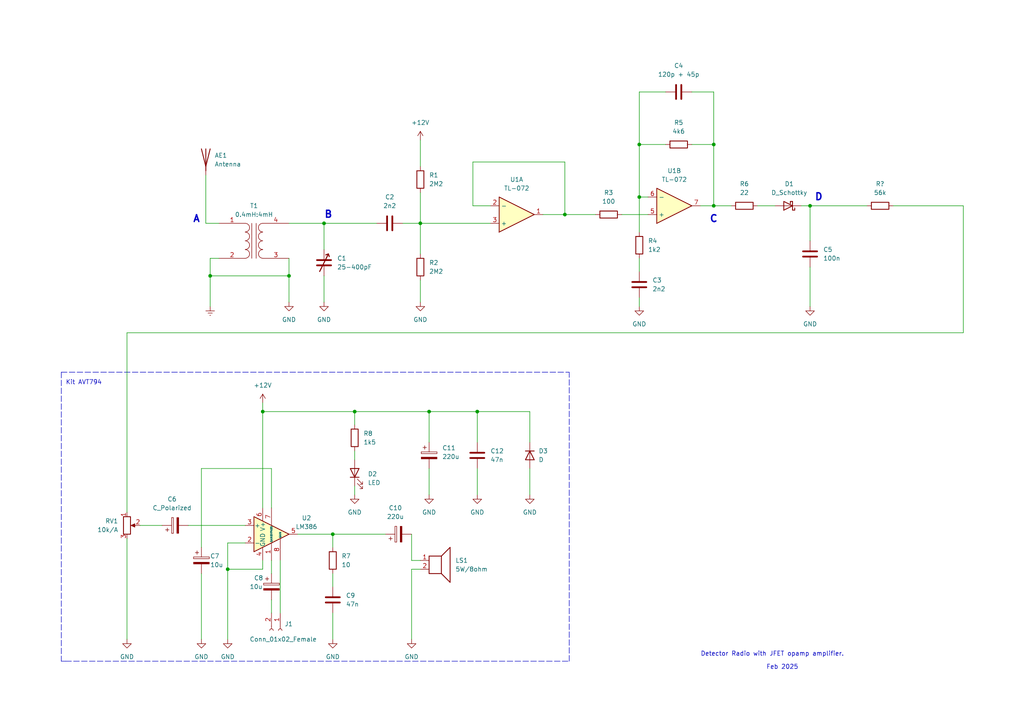
<source format=kicad_sch>
(kicad_sch (version 20211123) (generator eeschema)
  (paper "A4")
  (lib_symbols
    (symbol "Amplifier_Audio:LM386" (pin_names (offset 0.127))
      (property "Reference" "U" (at 1.27 7.62 0))
      (property "Value" "LM386" (at 1.27 5.08 0))
      (symbol "LM386_0_1"
        (polyline (pts (xy 5.08 0) (xy -5.08 5.08) (xy -5.08 -5.08) (xy 5.08 0)) (stroke (width 0.254)) (fill (type background)))
      )
      (symbol "LM386_1_1"
        (pin input line (at 0 -7.62 90) (length 5.08) (name "GAIN") (number "1"))
        (pin input line (at -7.62 -2.54 0) (length 2.54) (name "-") (number "2"))
        (pin input line (at -7.62 2.54 0) (length 2.54) (name "+") (number "3"))
        (pin power_in line (at -2.54 -7.62 90) (length 3.81) (name "GND") (number "4"))
        (pin output line (at 7.62 0 180) (length 2.54) (name "~") (number "5"))
        (pin power_in line (at -2.54 7.62 270) (length 3.81) (name "V+") (number "6"))
        (pin input line (at 0 7.62 270) (length 5.08) (name "BYPASS") (number "7"))
        (pin input line (at 2.54 -7.62 90) (length 6.35) (name "GAIN") (number "8"))
      )
    )
    (symbol "Connector:Conn_01x02_Female" (pin_names (offset 1.016) hide)
      (property "Reference" "J" (at 0 2.54 0))
      (property "Value" "Conn_01x02_Female" (at 0 -5.08 0))
      (symbol "Conn_01x02_Female_1_1"
        (arc (start 0 -2.032) (mid -0.508 -2.54) (end 0 -3.048) (stroke (width 0.1524)))
        (polyline (pts (xy -1.27 -2.54) (xy -0.508 -2.54)) (stroke (width 0.1524)))
        (polyline (pts (xy -1.27 0) (xy -0.508 0)) (stroke (width 0.1524)))
        (arc (start 0 0.508) (mid -0.508 0) (end 0 -0.508) (stroke (width 0.1524)))
        (pin passive line (at -5.08 0 0) (length 3.81) (name "Pin_1") (number "1"))
        (pin passive line (at -5.08 -2.54 0) (length 3.81) (name "Pin_2") (number "2"))
      )
    )
    (symbol "Device:Antenna" (pin_numbers hide) (pin_names (offset 1.016) hide)
      (property "Reference" "AE" (at -1.905 1.905 0))
      (property "Value" "Antenna" (at -1.905 0 0))
      (symbol "Antenna_0_1"
        (polyline (pts (xy 0 2.54) (xy 0 -3.81)) (stroke (width 0.254)))
        (polyline (pts (xy 1.27 2.54) (xy 0 -2.54) (xy -1.27 2.54)) (stroke (width 0.254)))
      )
      (symbol "Antenna_1_1"
        (pin input line (at 0 -5.08 90) (length 2.54) (name "A") (number "1"))
      )
    )
    (symbol "Device:C" (pin_numbers hide) (pin_names (offset 0.254))
      (property "Reference" "C" (at 0.635 2.54 0))
      (property "Value" "C" (at 0.635 -2.54 0))
      (symbol "C_0_1"
        (polyline (pts (xy -2.032 -0.762) (xy 2.032 -0.762)) (stroke (width 0.508)))
        (polyline (pts (xy -2.032 0.762) (xy 2.032 0.762)) (stroke (width 0.508)))
      )
      (symbol "C_1_1"
        (pin passive line (at 0 3.81 270) (length 2.794) (name "~") (number "1"))
        (pin passive line (at 0 -3.81 90) (length 2.794) (name "~") (number "2"))
      )
    )
    (symbol "Device:C_Polarized" (pin_numbers hide) (pin_names (offset 0.254))
      (property "Reference" "C" (at 0.635 2.54 0))
      (property "Value" "C_Polarized" (at 0.635 -2.54 0))
      (symbol "C_Polarized_0_1"
        (rectangle (start -2.286 0.508) (end 2.286 1.016))
        (polyline (pts (xy -1.778 2.286) (xy -0.762 2.286)))
        (polyline (pts (xy -1.27 2.794) (xy -1.27 1.778)))
        (rectangle (start 2.286 -0.508) (end -2.286 -1.016) (fill (type outline)))
      )
      (symbol "C_Polarized_1_1"
        (pin passive line (at 0 3.81 270) (length 2.794) (name "~") (number "1"))
        (pin passive line (at 0 -3.81 90) (length 2.794) (name "~") (number "2"))
      )
    )
    (symbol "Device:C_Variable" (pin_numbers hide) (pin_names (offset 0.254) hide)
      (property "Reference" "C" (at 0.635 -1.905 0))
      (property "Value" "C_Variable" (at 0.635 -3.81 0))
      (symbol "C_Variable_0_1"
        (polyline (pts (xy -2.032 -0.762) (xy 2.032 -0.762)) (stroke (width 0.508)))
        (polyline (pts (xy -2.032 0.762) (xy 2.032 0.762)) (stroke (width 0.508)))
        (polyline (pts (xy 1.27 2.54) (xy -1.27 -2.54)) (stroke (width 0.3048)))
        (polyline (pts (xy 1.27 2.54) (xy 0.508 2.286)) (stroke (width 0.3048)))
        (polyline (pts (xy 1.27 2.54) (xy 1.524 1.778)) (stroke (width 0.3048)))
      )
      (symbol "C_Variable_1_1"
        (pin passive line (at 0 3.81 270) (length 3.048) (name "~") (number "1"))
        (pin passive line (at 0 -3.81 90) (length 3.048) (name "~") (number "2"))
      )
    )
    (symbol "Device:D" (pin_numbers hide) (pin_names (offset 1.016) hide)
      (property "Reference" "D" (at 0 2.54 0))
      (property "Value" "D" (at 0 -2.54 0))
      (symbol "D_0_1"
        (polyline (pts (xy -1.27 1.27) (xy -1.27 -1.27)) (stroke (width 0.254)))
        (polyline (pts (xy 1.27 0) (xy -1.27 0)))
        (polyline (pts (xy 1.27 1.27) (xy 1.27 -1.27) (xy -1.27 0) (xy 1.27 1.27)) (stroke (width 0.254)))
      )
      (symbol "D_1_1"
        (pin passive line (at -3.81 0 0) (length 2.54) (name "K") (number "1"))
        (pin passive line (at 3.81 0 180) (length 2.54) (name "A") (number "2"))
      )
    )
    (symbol "Device:D_Schottky" (pin_numbers hide) (pin_names (offset 1.016) hide)
      (property "Reference" "D" (at 0 2.54 0))
      (property "Value" "D_Schottky" (at 0 -2.54 0))
      (symbol "D_Schottky_0_1"
        (polyline (pts (xy 1.27 0) (xy -1.27 0)))
        (polyline (pts (xy 1.27 1.27) (xy 1.27 -1.27) (xy -1.27 0) (xy 1.27 1.27)) (stroke (width 0.254)))
        (polyline (pts (xy -1.905 0.635) (xy -1.905 1.27) (xy -1.27 1.27) (xy -1.27 -1.27) (xy -0.635 -1.27) (xy -0.635 -0.635)) (stroke (width 0.254)))
      )
      (symbol "D_Schottky_1_1"
        (pin passive line (at -3.81 0 0) (length 2.54) (name "K") (number "1"))
        (pin passive line (at 3.81 0 180) (length 2.54) (name "A") (number "2"))
      )
    )
    (symbol "Device:LED" (pin_numbers hide) (pin_names (offset 1.016) hide)
      (property "Reference" "D" (at 0 2.54 0))
      (property "Value" "LED" (at 0 -2.54 0))
      (symbol "LED_0_1"
        (polyline (pts (xy -1.27 -1.27) (xy -1.27 1.27)) (stroke (width 0.254)))
        (polyline (pts (xy -1.27 0) (xy 1.27 0)))
        (polyline (pts (xy 1.27 -1.27) (xy 1.27 1.27) (xy -1.27 0) (xy 1.27 -1.27)) (stroke (width 0.254)))
        (polyline (pts (xy -3.048 -0.762) (xy -4.572 -2.286) (xy -3.81 -2.286) (xy -4.572 -2.286) (xy -4.572 -1.524)))
        (polyline (pts (xy -1.778 -0.762) (xy -3.302 -2.286) (xy -2.54 -2.286) (xy -3.302 -2.286) (xy -3.302 -1.524)))
      )
      (symbol "LED_1_1"
        (pin passive line (at -3.81 0 0) (length 2.54) (name "K") (number "1"))
        (pin passive line (at 3.81 0 180) (length 2.54) (name "A") (number "2"))
      )
    )
    (symbol "Device:Opamp_Dual"
      (property "Reference" "U" (at 0 5.08 0))
      (property "Value" "Opamp_Dual" (at 0 -5.08 0))
      (symbol "Opamp_Dual_1_1"
        (polyline (pts (xy -5.08 5.08) (xy 5.08 0) (xy -5.08 -5.08) (xy -5.08 5.08)) (stroke (width 0.254)) (fill (type background)))
        (pin output line (at 7.62 0 180) (length 2.54) (name "~") (number "1"))
        (pin input line (at -7.62 -2.54 0) (length 2.54) (name "-") (number "2"))
        (pin input line (at -7.62 2.54 0) (length 2.54) (name "+") (number "3"))
      )
      (symbol "Opamp_Dual_2_1"
        (polyline (pts (xy -5.08 5.08) (xy 5.08 0) (xy -5.08 -5.08) (xy -5.08 5.08)) (stroke (width 0.254)) (fill (type background)))
        (pin input line (at -7.62 2.54 0) (length 2.54) (name "+") (number "5"))
        (pin input line (at -7.62 -2.54 0) (length 2.54) (name "-") (number "6"))
        (pin output line (at 7.62 0 180) (length 2.54) (name "~") (number "7"))
      )
      (symbol "Opamp_Dual_3_1"
        (pin power_in line (at -2.54 -7.62 90) (length 3.81) (name "V-") (number "4"))
        (pin power_in line (at -2.54 7.62 270) (length 3.81) (name "V+") (number "8"))
      )
    )
    (symbol "Device:R" (pin_numbers hide) (pin_names (offset 0))
      (property "Reference" "R" (at 2.032 0 90))
      (property "Value" "R" (at 0 0 90))
      (symbol "R_0_1"
        (rectangle (start -1.016 -2.54) (end 1.016 2.54) (stroke (width 0.254)))
      )
      (symbol "R_1_1"
        (pin passive line (at 0 3.81 270) (length 1.27) (name "~") (number "1"))
        (pin passive line (at 0 -3.81 90) (length 1.27) (name "~") (number "2"))
      )
    )
    (symbol "Device:R_Potentiometer" (pin_names (offset 1.016) hide)
      (property "Reference" "RV" (at -4.445 0 90))
      (property "Value" "R_Potentiometer" (at -2.54 0 90))
      (symbol "R_Potentiometer_0_1"
        (polyline (pts (xy 2.54 0) (xy 1.524 0)))
        (polyline (pts (xy 1.143 0) (xy 2.286 0.508) (xy 2.286 -0.508) (xy 1.143 0)) (fill (type outline)))
        (rectangle (start 1.016 2.54) (end -1.016 -2.54) (stroke (width 0.254)))
      )
      (symbol "R_Potentiometer_1_1"
        (pin passive line (at 0 3.81 270) (length 1.27) (name "1") (number "1"))
        (pin passive line (at 3.81 0 180) (length 1.27) (name "2") (number "2"))
        (pin passive line (at 0 -3.81 90) (length 1.27) (name "3") (number "3"))
      )
    )
    (symbol "Device:Speaker" (pin_names (offset 0) hide)
      (property "Reference" "LS" (at 1.27 5.715 0))
      (property "Value" "Speaker" (at 1.27 3.81 0))
      (symbol "Speaker_0_0"
        (rectangle (start -2.54 1.27) (end 1.016 -3.81) (stroke (width 0.254)))
        (polyline (pts (xy 1.016 1.27) (xy 3.556 3.81) (xy 3.556 -6.35) (xy 1.016 -3.81)) (stroke (width 0.254)))
      )
      (symbol "Speaker_1_1"
        (pin input line (at -5.08 0 0) (length 2.54) (name "1") (number "1"))
        (pin input line (at -5.08 -2.54 0) (length 2.54) (name "2") (number "2"))
      )
    )
    (symbol "Device:Transformer_1P_1S" (pin_names (offset 1.016) hide)
      (property "Reference" "T" (at 0 6.35 0))
      (property "Value" "Transformer_1P_1S" (at 0 -7.62 0))
      (symbol "Transformer_1P_1S_0_1"
        (arc (start -2.54 -5.0546) (mid -1.6599 -4.6901) (end -1.27 -3.81))
        (arc (start -2.54 -2.5146) (mid -1.6599 -2.1501) (end -1.27 -1.27))
        (arc (start -2.54 0.0254) (mid -1.6599 0.3899) (end -1.27 1.27))
        (arc (start -2.54 2.5654) (mid -1.6599 2.9299) (end -1.27 3.81))
        (arc (start -1.27 -3.81) (mid -1.642 -2.912) (end -2.54 -2.54))
        (arc (start -1.27 -1.27) (mid -1.642 -0.372) (end -2.54 0))
        (arc (start -1.27 1.27) (mid -1.642 2.168) (end -2.54 2.54))
        (arc (start -1.27 3.81) (mid -1.642 4.708) (end -2.54 5.08))
        (polyline (pts (xy -0.635 5.08) (xy -0.635 -5.08)))
        (polyline (pts (xy 0.635 -5.08) (xy 0.635 5.08)))
        (arc (start 1.2954 -1.27) (mid 1.6599 -2.1501) (end 2.54 -2.5146))
        (arc (start 1.2954 1.27) (mid 1.6599 0.3899) (end 2.54 0.0254))
        (arc (start 1.2954 3.81) (mid 1.6599 2.9299) (end 2.54 2.5654))
        (arc (start 1.3208 -3.81) (mid 1.6853 -4.6901) (end 2.5654 -5.0546))
        (arc (start 2.54 0) (mid 1.642 -0.372) (end 1.2954 -1.27))
        (arc (start 2.54 2.54) (mid 1.642 2.168) (end 1.2954 1.27))
        (arc (start 2.54 5.08) (mid 1.642 4.708) (end 1.2954 3.81))
        (arc (start 2.5654 -2.54) (mid 1.6674 -2.912) (end 1.3208 -3.81))
      )
      (symbol "Transformer_1P_1S_1_1"
        (pin passive line (at -10.16 5.08 0) (length 7.62) (name "AA") (number "1"))
        (pin passive line (at -10.16 -5.08 0) (length 7.62) (name "AB") (number "2"))
        (pin passive line (at 10.16 -5.08 180) (length 7.62) (name "SA") (number "3"))
        (pin passive line (at 10.16 5.08 180) (length 7.62) (name "SB") (number "4"))
      )
    )
    (symbol "power:+12V" (power) (pin_names (offset 0))
      (property "Value" "+12V" (at 0 3.556 0))
      (symbol "+12V_0_1"
        (polyline (pts (xy -0.762 1.27) (xy 0 2.54)))
        (polyline (pts (xy 0 0) (xy 0 2.54)))
        (polyline (pts (xy 0 2.54) (xy 0.762 1.27)))
      )
      (symbol "+12V_1_1"
        (pin power_in line (at 0 0 90) (length 0) hide (name "+12V") (number "1"))
      )
    )
    (symbol "power:Earth" (power) (pin_names (offset 0))
      (symbol "Earth_0_1"
        (polyline (pts (xy -0.635 -1.905) (xy 0.635 -1.905)))
        (polyline (pts (xy -0.127 -2.54) (xy 0.127 -2.54)))
        (polyline (pts (xy 0 -1.27) (xy 0 0)))
        (polyline (pts (xy 1.27 -1.27) (xy -1.27 -1.27)))
      )
      (symbol "Earth_1_1"
        (pin power_in line (at 0 0 270) (length 0) hide (name "Earth") (number "1"))
      )
    )
    (symbol "power:GND" (power) (pin_names (offset 0))
      (property "Value" "GND" (at 0 -3.81 0))
      (symbol "GND_0_1"
        (polyline (pts (xy 0 0) (xy 0 -1.27) (xy 1.27 -1.27) (xy 0 -2.54) (xy -1.27 -1.27) (xy 0 -1.27)))
      )
      (symbol "GND_1_1"
        (pin power_in line (at 0 0 270) (length 0) hide (name "GND") (number "1"))
      )
    )
  )
  (junction (at 138.43 119.38))
  (junction (at 96.52 154.94))
  (junction (at 66.04 165.1))
  (junction (at 76.2 119.38))
  (junction (at 234.95 59.69))
  (junction (at 93.98 64.77))
  (junction (at 124.46 119.38))
  (junction (at 163.83 62.23))
  (junction (at 102.87 119.38))
  (junction (at 60.96 80.01))
  (junction (at 207.01 59.69))
  (junction (at 83.82 80.01))
  (junction (at 121.92 64.77))
  (junction (at 185.42 41.91))
  (junction (at 207.01 41.91))
  (junction (at 185.42 57.15))
  (wire (pts (xy 234.95 77.47) (xy 234.95 88.9)))
  (wire (pts (xy 124.46 119.38) (xy 124.46 128.27)))
  (wire (pts (xy 83.82 74.93) (xy 83.82 80.01)))
  (wire (pts (xy 138.43 135.89) (xy 138.43 143.51)))
  (wire (pts (xy 93.98 64.77) (xy 93.98 72.39)))
  (wire (pts (xy 78.74 135.89) (xy 58.42 135.89)))
  (wire (pts (xy 219.71 59.69) (xy 224.79 59.69)))
  (wire (pts (xy 58.42 166.37) (xy 58.42 185.42)))
  (wire (pts (xy 60.96 74.93) (xy 63.5 74.93)))
  (wire (pts (xy 86.36 154.94) (xy 96.52 154.94)))
  (wire (pts (xy 163.83 62.23) (xy 172.72 62.23)))
  (wire (pts (xy 163.83 46.99) (xy 163.83 62.23)))
  (wire (pts (xy 76.2 119.38) (xy 102.87 119.38)))
  (wire (pts (xy 119.38 162.56) (xy 121.92 162.56)))
  (wire (pts (xy 163.83 62.23) (xy 157.48 62.23)))
  (wire (pts (xy 78.74 162.56) (xy 78.74 166.37)))
  (wire (pts (xy 234.95 59.69) (xy 234.95 69.85)))
  (wire (pts (xy 76.2 116.84) (xy 76.2 119.38)))
  (wire (pts (xy 234.95 59.69) (xy 251.46 59.69)))
  (polyline (pts (xy 19.05 191.77) (xy 165.1 191.77)))
  (wire (pts (xy 78.74 147.32) (xy 78.74 135.89)))
  (wire (pts (xy 40.64 152.4) (xy 46.99 152.4)))
  (wire (pts (xy 119.38 154.94) (xy 119.38 162.56)))
  (wire (pts (xy 66.04 157.48) (xy 66.04 165.1)))
  (wire (pts (xy 59.69 64.77) (xy 63.5 64.77)))
  (polyline (pts (xy 17.78 191.77) (xy 19.05 191.77)))
  (wire (pts (xy 207.01 59.69) (xy 203.2 59.69)))
  (wire (pts (xy 153.67 128.27) (xy 153.67 119.38)))
  (wire (pts (xy 193.04 26.67) (xy 185.42 26.67)))
  (wire (pts (xy 36.83 156.21) (xy 36.83 185.42)))
  (wire (pts (xy 138.43 128.27) (xy 138.43 119.38)))
  (wire (pts (xy 121.92 55.88) (xy 121.92 64.77)))
  (wire (pts (xy 207.01 41.91) (xy 207.01 59.69)))
  (wire (pts (xy 60.96 74.93) (xy 60.96 80.01)))
  (wire (pts (xy 71.12 157.48) (xy 66.04 157.48)))
  (wire (pts (xy 137.16 46.99) (xy 163.83 46.99)))
  (wire (pts (xy 96.52 166.37) (xy 96.52 170.18)))
  (wire (pts (xy 259.08 59.69) (xy 279.4 59.69)))
  (wire (pts (xy 137.16 59.69) (xy 137.16 46.99)))
  (wire (pts (xy 121.92 165.1) (xy 119.38 165.1)))
  (wire (pts (xy 121.92 64.77) (xy 121.92 73.66)))
  (wire (pts (xy 185.42 74.93) (xy 185.42 78.74)))
  (wire (pts (xy 96.52 154.94) (xy 96.52 158.75)))
  (wire (pts (xy 66.04 165.1) (xy 76.2 165.1)))
  (wire (pts (xy 83.82 64.77) (xy 93.98 64.77)))
  (wire (pts (xy 83.82 80.01) (xy 83.82 87.63)))
  (wire (pts (xy 96.52 154.94) (xy 111.76 154.94)))
  (wire (pts (xy 153.67 119.38) (xy 138.43 119.38)))
  (wire (pts (xy 78.74 173.99) (xy 78.74 177.8)))
  (wire (pts (xy 124.46 119.38) (xy 102.87 119.38)))
  (wire (pts (xy 185.42 57.15) (xy 185.42 41.91)))
  (wire (pts (xy 279.4 59.69) (xy 279.4 96.52)))
  (wire (pts (xy 207.01 59.69) (xy 212.09 59.69)))
  (wire (pts (xy 185.42 67.31) (xy 185.42 57.15)))
  (wire (pts (xy 60.96 80.01) (xy 60.96 88.9)))
  (wire (pts (xy 93.98 64.77) (xy 109.22 64.77)))
  (wire (pts (xy 59.69 64.77) (xy 59.69 50.8)))
  (wire (pts (xy 36.83 96.52) (xy 36.83 148.59)))
  (polyline (pts (xy 17.78 107.95) (xy 165.1 107.95)))
  (polyline (pts (xy 165.1 191.77) (xy 165.1 107.95)))
  (wire (pts (xy 60.96 80.01) (xy 83.82 80.01)))
  (wire (pts (xy 185.42 86.36) (xy 185.42 88.9)))
  (wire (pts (xy 207.01 41.91) (xy 207.01 26.67)))
  (wire (pts (xy 185.42 57.15) (xy 187.96 57.15)))
  (wire (pts (xy 232.41 59.69) (xy 234.95 59.69)))
  (wire (pts (xy 185.42 41.91) (xy 193.04 41.91)))
  (wire (pts (xy 102.87 140.97) (xy 102.87 143.51)))
  (wire (pts (xy 76.2 162.56) (xy 76.2 165.1)))
  (wire (pts (xy 36.83 96.52) (xy 279.4 96.52)))
  (wire (pts (xy 138.43 119.38) (xy 124.46 119.38)))
  (wire (pts (xy 142.24 59.69) (xy 137.16 59.69)))
  (wire (pts (xy 102.87 130.81) (xy 102.87 133.35)))
  (wire (pts (xy 54.61 152.4) (xy 71.12 152.4)))
  (wire (pts (xy 121.92 40.64) (xy 121.92 48.26)))
  (wire (pts (xy 119.38 165.1) (xy 119.38 185.42)))
  (wire (pts (xy 66.04 165.1) (xy 66.04 185.42)))
  (wire (pts (xy 58.42 135.89) (xy 58.42 158.75)))
  (wire (pts (xy 153.67 135.89) (xy 153.67 143.51)))
  (wire (pts (xy 121.92 81.28) (xy 121.92 87.63)))
  (wire (pts (xy 81.28 162.56) (xy 81.28 177.8)))
  (wire (pts (xy 207.01 26.67) (xy 200.66 26.67)))
  (wire (pts (xy 76.2 119.38) (xy 76.2 147.32)))
  (wire (pts (xy 93.98 80.01) (xy 93.98 87.63)))
  (wire (pts (xy 180.34 62.23) (xy 187.96 62.23)))
  (polyline (pts (xy 17.78 107.95) (xy 17.78 191.77)))
  (wire (pts (xy 121.92 64.77) (xy 142.24 64.77)))
  (wire (pts (xy 185.42 26.67) (xy 185.42 41.91)))
  (wire (pts (xy 96.52 177.8) (xy 96.52 185.42)))
  (wire (pts (xy 200.66 41.91) (xy 207.01 41.91)))
  (wire (pts (xy 124.46 135.89) (xy 124.46 143.51)))
  (wire (pts (xy 116.84 64.77) (xy 121.92 64.77)))
  (wire (pts (xy 102.87 123.19) (xy 102.87 119.38)))
  (text "A" (at 55.88 64.77 0) (effects (font (size 2 2) (thickness 0.4) bold) (justify left bottom)))
  (text "D" (at 236.22 58.42 0) (effects (font (size 2 2) bold) (justify left bottom)))
  (text "Feb 2025" (at 222.25 194.31 0) (effects (font (size 1.27 1.27)) (justify left bottom)))
  (text "C" (at 205.74 64.77 0) (effects (font (size 2 2) bold) (justify left bottom)))
  (text "Detector Radio with JFET opamp amplifier." (at 203.2 190.5 0) (effects (font (size 1.27 1.27)) (justify left bottom)))
  (text "B" (at 93.98 63.5 0) (effects (font (size 2 2) bold) (justify left bottom)))
  (text "Kit AVT794" (at 19.05 111.76 0) (effects (font (size 1.27 1.27)) (justify left bottom)))
  (symbol (lib_id "Device:R") (at 121.92 52.07 0) (unit 1)
    (property "Reference" "R1" (at 124.46 50.7999 0) (effects (justify left)))
    (property "Value" "2M2" (at 124.46 53.3399 0) (effects (justify left)))
  )
  (symbol (lib_id "Device:R") (at 176.53 62.23 90) (unit 1)
    (property "Reference" "R3" (at 176.53 55.88 90))
    (property "Value" "100" (at 176.53 58.42 90))
  )
  (symbol (lib_id "Device:R_Potentiometer") (at 36.83 152.4 0) (unit 1)
    (property "Reference" "RV1" (at 34.29 151.1299 0) (effects (justify right)))
    (property "Value" "10k/A" (at 34.29 153.6699 0) (effects (justify right)))
  )
  (symbol (lib_id "Device:C_Polarized") (at 78.74 170.18 0) (unit 1)
    (property "Reference" "C8" (at 73.66 167.64 0) (effects (justify left)))
    (property "Value" "10u" (at 72.39 170.18 0) (effects (justify left)))
  )
  (symbol (lib_id "power:GND") (at 119.38 185.42 0) (unit 1)
    (property "Reference" "#PWR014" (effects hide))
    (property "Value" "GND" (at 119.38 190.5 0))
  )
  (symbol (lib_id "Device:C") (at 113.03 64.77 90) (unit 1)
    (property "Reference" "C2" (at 113.03 57.15 90))
    (property "Value" "2n2" (at 113.03 59.69 90))
  )
  (symbol (lib_id "power:GND") (at 153.67 143.51 0) (unit 1)
    (property "Reference" "#PWR017" (effects hide))
    (property "Value" "GND" (at 153.67 148.59 0))
  )
  (symbol (lib_id "Device:C") (at 234.95 73.66 0) (unit 1)
    (property "Reference" "C5" (at 238.76 72.3899 0) (effects (justify left)))
    (property "Value" "100n" (at 238.76 74.9299 0) (effects (justify left)))
  )
  (symbol (lib_id "Device:C_Polarized") (at 115.57 154.94 90) (unit 1)
    (property "Reference" "C10" (at 114.681 147.32 90))
    (property "Value" "220u" (at 114.681 149.86 90))
  )
  (symbol (lib_id "power:GND") (at 36.83 185.42 0) (unit 1)
    (property "Reference" "#PWR08" (effects hide))
    (property "Value" "GND" (at 36.83 190.5 0))
  )
  (symbol (lib_id "Device:R") (at 102.87 127 0) (unit 1)
    (property "Reference" "R8" (at 105.41 125.7299 0) (effects (justify left)))
    (property "Value" "1k5" (at 105.41 128.2699 0) (effects (justify left)))
  )
  (symbol (lib_id "power:GND") (at 58.42 185.42 0) (unit 1)
    (property "Reference" "#PWR09" (effects hide))
    (property "Value" "GND" (at 58.42 190.5 0))
  )
  (symbol (lib_id "Device:R") (at 121.92 77.47 0) (unit 1)
    (property "Reference" "R2" (at 124.46 76.1999 0) (effects (justify left)))
    (property "Value" "2M2" (at 124.46 78.7399 0) (effects (justify left)))
  )
  (symbol (lib_id "Amplifier_Audio:LM386") (at 78.74 154.94 0) (unit 1)
    (property "Reference" "U2" (at 88.9 150.241 0))
    (property "Value" "LM386" (at 88.9 152.781 0))
    (property "Datasheet" "http://www.ti.com/lit/ds/symlink/lm386.pdf" (effects hide))
  )
  (symbol (lib_id "Device:C_Polarized") (at 58.42 162.56 0) (unit 1)
    (property "Reference" "C7" (at 60.96 161.29 0) (effects (justify left)))
    (property "Value" "10u" (at 60.96 163.83 0) (effects (justify left)))
  )
  (symbol (lib_id "Device:C_Variable") (at 93.98 76.2 0) (unit 1)
    (property "Reference" "C1" (at 97.79 74.9299 0) (effects (justify left)))
    (property "Value" "25-400pF" (at 97.79 77.4699 0) (effects (justify left)))
  )
  (symbol (lib_id "Device:D_Schottky") (at 228.6 59.69 180) (unit 1)
    (property "Reference" "D1" (at 228.9175 53.34 0))
    (property "Value" "D_Schottky" (at 228.9175 55.88 0))
  )
  (symbol (lib_id "Device:D") (at 153.67 132.08 270) (unit 1)
    (property "Reference" "D3" (at 156.21 130.8099 90) (effects (justify left)))
    (property "Value" "D" (at 156.21 133.3499 90) (effects (justify left)))
  )
  (symbol (lib_id "Device:C_Polarized") (at 50.8 152.4 90) (unit 1)
    (property "Reference" "C6" (at 49.911 144.78 90))
    (property "Value" "C_Polarized" (at 49.911 147.32 90))
  )
  (symbol (lib_id "Connector:Conn_01x02_Female") (at 81.28 182.88 270) (unit 1)
    (property "Reference" "J1" (at 82.55 180.9749 90) (effects (justify left)))
    (property "Value" "Conn_01x02_Female" (at 72.39 185.42 90) (effects (justify left)))
  )
  (symbol (lib_id "power:GND") (at 93.98 87.63 0) (unit 1)
    (property "Reference" "#PWR03" (effects hide))
    (property "Value" "GND" (at 93.98 92.71 0))
  )
  (symbol (lib_id "Device:R") (at 185.42 71.12 0) (unit 1)
    (property "Reference" "R4" (at 187.96 69.8499 0) (effects (justify left)))
    (property "Value" "1k2" (at 187.96 72.3899 0) (effects (justify left)))
  )
  (symbol (lib_id "Device:Opamp_Dual") (at 195.58 59.69 0) (mirror x) (unit 2)
    (property "Reference" "U1" (at 195.58 49.53 0))
    (property "Value" "TL-072" (at 195.58 52.07 0))
  )
  (symbol (lib_id "power:GND") (at 66.04 185.42 0) (unit 1)
    (property "Reference" "#PWR010" (effects hide))
    (property "Value" "GND" (at 66.04 190.5 0))
  )
  (symbol (lib_id "Device:C") (at 185.42 82.55 0) (unit 1)
    (property "Reference" "C3" (at 189.23 81.2799 0) (effects (justify left)))
    (property "Value" "2n2" (at 189.23 83.8199 0) (effects (justify left)))
  )
  (symbol (lib_id "Device:R") (at 196.85 41.91 90) (unit 1)
    (property "Reference" "R5" (at 196.85 35.56 90))
    (property "Value" "4k6" (at 196.85 38.1 90))
  )
  (symbol (lib_id "power:+12V") (at 76.2 116.84 0) (unit 1)
    (property "Reference" "#PWR011" (effects hide))
    (property "Value" "+12V" (at 76.2 111.76 0))
  )
  (symbol (lib_id "Device:LED") (at 102.87 137.16 90) (unit 1)
    (property "Reference" "D2" (at 106.68 137.4774 90) (effects (justify right)))
    (property "Value" "LED" (at 106.68 140.0174 90) (effects (justify right)))
  )
  (symbol (lib_id "Device:Antenna") (at 59.69 45.72 0) (unit 1)
    (property "Reference" "AE1" (at 62.23 45.0849 0) (effects (justify left)))
    (property "Value" "Antenna" (at 62.23 47.6249 0) (effects (justify left)))
  )
  (symbol (lib_id "Device:C") (at 138.43 132.08 0) (unit 1)
    (property "Reference" "C12" (at 142.24 130.8099 0) (effects (justify left)))
    (property "Value" "47n" (at 142.24 133.3499 0) (effects (justify left)))
  )
  (symbol (lib_id "power:GND") (at 102.87 143.51 0) (unit 1)
    (property "Reference" "#PWR013" (effects hide))
    (property "Value" "GND" (at 102.87 148.59 0))
  )
  (symbol (lib_id "power:Earth") (at 60.96 88.9 0) (unit 1)
    (property "Reference" "#PWR01" (effects hide))
    (property "Value" "Earth" (effects hide))
  )
  (symbol (lib_id "Device:R") (at 215.9 59.69 90) (unit 1)
    (property "Reference" "R6" (at 215.9 53.34 90))
    (property "Value" "22" (at 215.9 55.88 90))
  )
  (symbol (lib_id "power:GND") (at 96.52 185.42 0) (unit 1)
    (property "Reference" "#PWR012" (effects hide))
    (property "Value" "GND" (at 96.52 190.5 0))
  )
  (symbol (lib_id "Device:Speaker") (at 127 162.56 0) (unit 1)
    (property "Reference" "LS1" (at 132.08 162.5599 0) (effects (justify left)))
    (property "Value" "5W/8ohm" (at 132.08 165.0999 0) (effects (justify left)))
  )
  (symbol (lib_id "power:+12V") (at 121.92 40.64 0) (unit 1)
    (property "Reference" "#PWR04" (effects hide))
    (property "Value" "+12V" (at 121.92 35.56 0))
  )
  (symbol (lib_id "power:GND") (at 83.82 87.63 0) (unit 1)
    (property "Reference" "#PWR02" (effects hide))
    (property "Value" "GND" (at 83.82 92.71 0))
  )
  (symbol (lib_id "Device:C") (at 196.85 26.67 90) (unit 1)
    (property "Reference" "C4" (at 196.85 19.05 90))
    (property "Value" "120p + 45p" (at 196.85 21.59 90))
  )
  (symbol (lib_id "Device:R") (at 255.27 59.69 90) (unit 1)
    (property "Reference" "R?" (at 255.27 53.34 90))
    (property "Value" "56k" (at 255.27 55.88 90))
  )
  (symbol (lib_id "power:GND") (at 124.46 143.51 0) (unit 1)
    (property "Reference" "#PWR015" (effects hide))
    (property "Value" "GND" (at 124.46 148.59 0))
  )
  (symbol (lib_id "Device:Opamp_Dual") (at 149.86 62.23 0) (mirror x) (unit 1)
    (property "Reference" "U1" (at 149.86 52.07 0))
    (property "Value" "TL-072" (at 149.86 54.61 0))
  )
  (symbol (lib_id "power:GND") (at 121.92 87.63 0) (unit 1)
    (property "Reference" "#PWR05" (effects hide))
    (property "Value" "GND" (at 121.92 92.71 0))
  )
  (symbol (lib_id "Device:R") (at 96.52 162.56 0) (unit 1)
    (property "Reference" "R7" (at 99.06 161.2899 0) (effects (justify left)))
    (property "Value" "10" (at 99.06 163.8299 0) (effects (justify left)))
  )
  (symbol (lib_id "power:GND") (at 138.43 143.51 0) (unit 1)
    (property "Reference" "#PWR016" (effects hide))
    (property "Value" "GND" (at 138.43 148.59 0))
  )
  (symbol (lib_id "Device:C") (at 96.52 173.99 0) (unit 1)
    (property "Reference" "C9" (at 100.33 172.7199 0) (effects (justify left)))
    (property "Value" "47n" (at 100.33 175.2599 0) (effects (justify left)))
  )
  (symbol (lib_id "Device:Transformer_1P_1S") (at 73.66 69.85 0) (unit 1)
    (property "Reference" "T1" (at 73.6727 59.69 0))
    (property "Value" "0.4mH:4mH" (at 73.6727 62.23 0))
  )
  (symbol (lib_id "power:GND") (at 185.42 88.9 0) (unit 1)
    (property "Reference" "#PWR06" (effects hide))
    (property "Value" "GND" (at 185.42 93.98 0))
  )
  (symbol (lib_id "Device:C_Polarized") (at 124.46 132.08 0) (unit 1)
    (property "Reference" "C11" (at 128.27 129.9209 0) (effects (justify left)))
    (property "Value" "220u" (at 128.27 132.4609 0) (effects (justify left)))
  )
  (symbol (lib_id "power:GND") (at 234.95 88.9 0) (unit 1)
    (property "Reference" "#PWR07" (effects hide))
    (property "Value" "GND" (at 234.95 93.98 0))
  )
)
</source>
